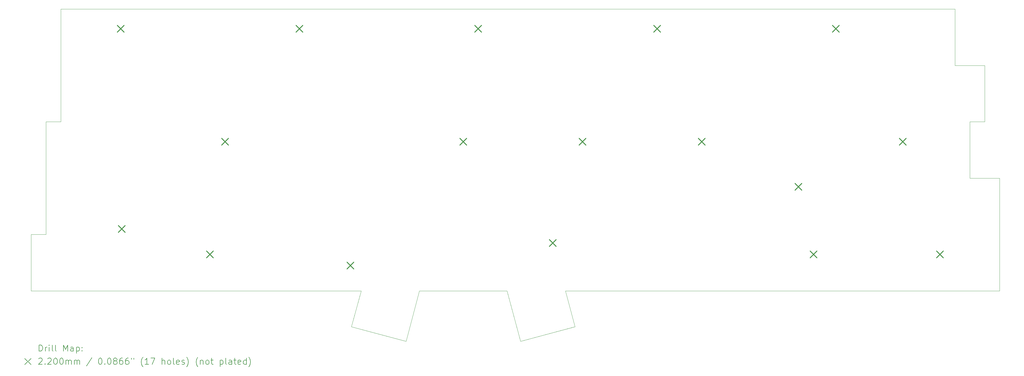
<source format=gbr>
%FSLAX45Y45*%
G04 Gerber Fmt 4.5, Leading zero omitted, Abs format (unit mm)*
G04 Created by KiCad (PCBNEW (6.0.2-0)) date 2022-07-19 14:25:53*
%MOMM*%
%LPD*%
G01*
G04 APERTURE LIST*
%TA.AperFunction,Profile*%
%ADD10C,0.100000*%
%TD*%
%ADD11C,0.200000*%
%ADD12C,0.220000*%
G04 APERTURE END LIST*
D10*
X15440000Y-11040000D02*
X15130000Y-9900000D01*
X28025000Y-6300000D02*
X28025000Y-4500000D01*
X8075000Y-9900000D02*
X8620000Y-9900000D01*
X28500000Y-4500000D02*
X28500000Y-2700000D01*
X28025000Y-4500000D02*
X28500000Y-4500000D01*
X-1425000Y-4500000D02*
X-1425000Y-8100000D01*
X8620000Y-9900000D02*
X8310000Y-11040000D01*
X15200000Y-9900000D02*
X28975000Y-9900000D01*
X-950000Y-900000D02*
X-950000Y-4500000D01*
X10050000Y-11510000D02*
X10480000Y-9900000D01*
X27550000Y-900000D02*
X-950000Y-900000D01*
X-1900000Y-8100000D02*
X-1900000Y-9900000D01*
X10480000Y-9900000D02*
X13270000Y-9900000D01*
X-1425000Y-8100000D02*
X-1900000Y-8100000D01*
X28975000Y-9900000D02*
X28975000Y-6300000D01*
X27550000Y-2700000D02*
X27550000Y-900000D01*
X15130000Y-9900000D02*
X15200000Y-9900000D01*
X-950000Y-4500000D02*
X-1425000Y-4500000D01*
X28975000Y-6300000D02*
X28025000Y-6300000D01*
X13270000Y-9900000D02*
X13700000Y-11510000D01*
X13700000Y-11510000D02*
X15440000Y-11040000D01*
X-1900000Y-9900000D02*
X8075000Y-9900000D01*
X28500000Y-2700000D02*
X27550000Y-2700000D01*
X8310000Y-11040000D02*
X10050000Y-11510000D01*
D11*
D12*
X840000Y-1420000D02*
X1060000Y-1640000D01*
X1060000Y-1420000D02*
X840000Y-1640000D01*
X877500Y-7810000D02*
X1097500Y-8030000D01*
X1097500Y-7810000D02*
X877500Y-8030000D01*
X3690000Y-8620000D02*
X3910000Y-8840000D01*
X3910000Y-8620000D02*
X3690000Y-8840000D01*
X4165000Y-5020000D02*
X4385000Y-5240000D01*
X4385000Y-5020000D02*
X4165000Y-5240000D01*
X6540000Y-1420000D02*
X6760000Y-1640000D01*
X6760000Y-1420000D02*
X6540000Y-1640000D01*
X8165000Y-8980000D02*
X8385000Y-9200000D01*
X8385000Y-8980000D02*
X8165000Y-9200000D01*
X11765000Y-5020000D02*
X11985000Y-5240000D01*
X11985000Y-5020000D02*
X11765000Y-5240000D01*
X12240000Y-1420000D02*
X12460000Y-1640000D01*
X12460000Y-1420000D02*
X12240000Y-1640000D01*
X14615000Y-8260000D02*
X14835000Y-8480000D01*
X14835000Y-8260000D02*
X14615000Y-8480000D01*
X15565000Y-5020000D02*
X15785000Y-5240000D01*
X15785000Y-5020000D02*
X15565000Y-5240000D01*
X17940000Y-1420000D02*
X18160000Y-1640000D01*
X18160000Y-1420000D02*
X17940000Y-1640000D01*
X19365000Y-5020000D02*
X19585000Y-5240000D01*
X19585000Y-5020000D02*
X19365000Y-5240000D01*
X22452500Y-6460000D02*
X22672500Y-6680000D01*
X22672500Y-6460000D02*
X22452500Y-6680000D01*
X22927500Y-8620000D02*
X23147500Y-8840000D01*
X23147500Y-8620000D02*
X22927500Y-8840000D01*
X23640000Y-1420000D02*
X23860000Y-1640000D01*
X23860000Y-1420000D02*
X23640000Y-1640000D01*
X25777500Y-5020000D02*
X25997500Y-5240000D01*
X25997500Y-5020000D02*
X25777500Y-5240000D01*
X26965000Y-8620000D02*
X27185000Y-8840000D01*
X27185000Y-8620000D02*
X26965000Y-8840000D01*
D11*
X-1647381Y-11825476D02*
X-1647381Y-11625476D01*
X-1599762Y-11625476D01*
X-1571190Y-11635000D01*
X-1552143Y-11654048D01*
X-1542619Y-11673095D01*
X-1533095Y-11711190D01*
X-1533095Y-11739762D01*
X-1542619Y-11777857D01*
X-1552143Y-11796905D01*
X-1571190Y-11815952D01*
X-1599762Y-11825476D01*
X-1647381Y-11825476D01*
X-1447381Y-11825476D02*
X-1447381Y-11692143D01*
X-1447381Y-11730238D02*
X-1437857Y-11711190D01*
X-1428333Y-11701667D01*
X-1409286Y-11692143D01*
X-1390238Y-11692143D01*
X-1323571Y-11825476D02*
X-1323571Y-11692143D01*
X-1323571Y-11625476D02*
X-1333095Y-11635000D01*
X-1323571Y-11644524D01*
X-1314048Y-11635000D01*
X-1323571Y-11625476D01*
X-1323571Y-11644524D01*
X-1199762Y-11825476D02*
X-1218810Y-11815952D01*
X-1228333Y-11796905D01*
X-1228333Y-11625476D01*
X-1095000Y-11825476D02*
X-1114048Y-11815952D01*
X-1123571Y-11796905D01*
X-1123571Y-11625476D01*
X-866428Y-11825476D02*
X-866428Y-11625476D01*
X-799762Y-11768333D01*
X-733095Y-11625476D01*
X-733095Y-11825476D01*
X-552143Y-11825476D02*
X-552143Y-11720714D01*
X-561667Y-11701667D01*
X-580714Y-11692143D01*
X-618810Y-11692143D01*
X-637857Y-11701667D01*
X-552143Y-11815952D02*
X-571190Y-11825476D01*
X-618810Y-11825476D01*
X-637857Y-11815952D01*
X-647381Y-11796905D01*
X-647381Y-11777857D01*
X-637857Y-11758809D01*
X-618810Y-11749286D01*
X-571190Y-11749286D01*
X-552143Y-11739762D01*
X-456905Y-11692143D02*
X-456905Y-11892143D01*
X-456905Y-11701667D02*
X-437857Y-11692143D01*
X-399762Y-11692143D01*
X-380714Y-11701667D01*
X-371190Y-11711190D01*
X-361667Y-11730238D01*
X-361667Y-11787381D01*
X-371190Y-11806428D01*
X-380714Y-11815952D01*
X-399762Y-11825476D01*
X-437857Y-11825476D01*
X-456905Y-11815952D01*
X-275952Y-11806428D02*
X-266429Y-11815952D01*
X-275952Y-11825476D01*
X-285476Y-11815952D01*
X-275952Y-11806428D01*
X-275952Y-11825476D01*
X-275952Y-11701667D02*
X-266429Y-11711190D01*
X-275952Y-11720714D01*
X-285476Y-11711190D01*
X-275952Y-11701667D01*
X-275952Y-11720714D01*
X-2105000Y-12055000D02*
X-1905000Y-12255000D01*
X-1905000Y-12055000D02*
X-2105000Y-12255000D01*
X-1656905Y-12064524D02*
X-1647381Y-12055000D01*
X-1628333Y-12045476D01*
X-1580714Y-12045476D01*
X-1561667Y-12055000D01*
X-1552143Y-12064524D01*
X-1542619Y-12083571D01*
X-1542619Y-12102619D01*
X-1552143Y-12131190D01*
X-1666428Y-12245476D01*
X-1542619Y-12245476D01*
X-1456905Y-12226428D02*
X-1447381Y-12235952D01*
X-1456905Y-12245476D01*
X-1466428Y-12235952D01*
X-1456905Y-12226428D01*
X-1456905Y-12245476D01*
X-1371190Y-12064524D02*
X-1361667Y-12055000D01*
X-1342619Y-12045476D01*
X-1295000Y-12045476D01*
X-1275952Y-12055000D01*
X-1266429Y-12064524D01*
X-1256905Y-12083571D01*
X-1256905Y-12102619D01*
X-1266429Y-12131190D01*
X-1380714Y-12245476D01*
X-1256905Y-12245476D01*
X-1133095Y-12045476D02*
X-1114048Y-12045476D01*
X-1095000Y-12055000D01*
X-1085476Y-12064524D01*
X-1075952Y-12083571D01*
X-1066429Y-12121667D01*
X-1066429Y-12169286D01*
X-1075952Y-12207381D01*
X-1085476Y-12226428D01*
X-1095000Y-12235952D01*
X-1114048Y-12245476D01*
X-1133095Y-12245476D01*
X-1152143Y-12235952D01*
X-1161667Y-12226428D01*
X-1171190Y-12207381D01*
X-1180714Y-12169286D01*
X-1180714Y-12121667D01*
X-1171190Y-12083571D01*
X-1161667Y-12064524D01*
X-1152143Y-12055000D01*
X-1133095Y-12045476D01*
X-942619Y-12045476D02*
X-923571Y-12045476D01*
X-904524Y-12055000D01*
X-895000Y-12064524D01*
X-885476Y-12083571D01*
X-875952Y-12121667D01*
X-875952Y-12169286D01*
X-885476Y-12207381D01*
X-895000Y-12226428D01*
X-904524Y-12235952D01*
X-923571Y-12245476D01*
X-942619Y-12245476D01*
X-961667Y-12235952D01*
X-971190Y-12226428D01*
X-980714Y-12207381D01*
X-990238Y-12169286D01*
X-990238Y-12121667D01*
X-980714Y-12083571D01*
X-971190Y-12064524D01*
X-961667Y-12055000D01*
X-942619Y-12045476D01*
X-790238Y-12245476D02*
X-790238Y-12112143D01*
X-790238Y-12131190D02*
X-780714Y-12121667D01*
X-761667Y-12112143D01*
X-733095Y-12112143D01*
X-714048Y-12121667D01*
X-704524Y-12140714D01*
X-704524Y-12245476D01*
X-704524Y-12140714D02*
X-695000Y-12121667D01*
X-675952Y-12112143D01*
X-647381Y-12112143D01*
X-628333Y-12121667D01*
X-618810Y-12140714D01*
X-618810Y-12245476D01*
X-523571Y-12245476D02*
X-523571Y-12112143D01*
X-523571Y-12131190D02*
X-514048Y-12121667D01*
X-495000Y-12112143D01*
X-466428Y-12112143D01*
X-447381Y-12121667D01*
X-437857Y-12140714D01*
X-437857Y-12245476D01*
X-437857Y-12140714D02*
X-428333Y-12121667D01*
X-409286Y-12112143D01*
X-380714Y-12112143D01*
X-361667Y-12121667D01*
X-352143Y-12140714D01*
X-352143Y-12245476D01*
X38333Y-12035952D02*
X-133095Y-12293095D01*
X295476Y-12045476D02*
X314524Y-12045476D01*
X333571Y-12055000D01*
X343095Y-12064524D01*
X352619Y-12083571D01*
X362143Y-12121667D01*
X362143Y-12169286D01*
X352619Y-12207381D01*
X343095Y-12226428D01*
X333571Y-12235952D01*
X314524Y-12245476D01*
X295476Y-12245476D01*
X276429Y-12235952D01*
X266905Y-12226428D01*
X257381Y-12207381D01*
X247857Y-12169286D01*
X247857Y-12121667D01*
X257381Y-12083571D01*
X266905Y-12064524D01*
X276429Y-12055000D01*
X295476Y-12045476D01*
X447857Y-12226428D02*
X457381Y-12235952D01*
X447857Y-12245476D01*
X438333Y-12235952D01*
X447857Y-12226428D01*
X447857Y-12245476D01*
X581190Y-12045476D02*
X600238Y-12045476D01*
X619286Y-12055000D01*
X628810Y-12064524D01*
X638333Y-12083571D01*
X647857Y-12121667D01*
X647857Y-12169286D01*
X638333Y-12207381D01*
X628810Y-12226428D01*
X619286Y-12235952D01*
X600238Y-12245476D01*
X581190Y-12245476D01*
X562143Y-12235952D01*
X552619Y-12226428D01*
X543095Y-12207381D01*
X533571Y-12169286D01*
X533571Y-12121667D01*
X543095Y-12083571D01*
X552619Y-12064524D01*
X562143Y-12055000D01*
X581190Y-12045476D01*
X762143Y-12131190D02*
X743095Y-12121667D01*
X733571Y-12112143D01*
X724048Y-12093095D01*
X724048Y-12083571D01*
X733571Y-12064524D01*
X743095Y-12055000D01*
X762143Y-12045476D01*
X800238Y-12045476D01*
X819286Y-12055000D01*
X828809Y-12064524D01*
X838333Y-12083571D01*
X838333Y-12093095D01*
X828809Y-12112143D01*
X819286Y-12121667D01*
X800238Y-12131190D01*
X762143Y-12131190D01*
X743095Y-12140714D01*
X733571Y-12150238D01*
X724048Y-12169286D01*
X724048Y-12207381D01*
X733571Y-12226428D01*
X743095Y-12235952D01*
X762143Y-12245476D01*
X800238Y-12245476D01*
X819286Y-12235952D01*
X828809Y-12226428D01*
X838333Y-12207381D01*
X838333Y-12169286D01*
X828809Y-12150238D01*
X819286Y-12140714D01*
X800238Y-12131190D01*
X1009762Y-12045476D02*
X971667Y-12045476D01*
X952619Y-12055000D01*
X943095Y-12064524D01*
X924048Y-12093095D01*
X914524Y-12131190D01*
X914524Y-12207381D01*
X924048Y-12226428D01*
X933571Y-12235952D01*
X952619Y-12245476D01*
X990714Y-12245476D01*
X1009762Y-12235952D01*
X1019286Y-12226428D01*
X1028809Y-12207381D01*
X1028809Y-12159762D01*
X1019286Y-12140714D01*
X1009762Y-12131190D01*
X990714Y-12121667D01*
X952619Y-12121667D01*
X933571Y-12131190D01*
X924048Y-12140714D01*
X914524Y-12159762D01*
X1200238Y-12045476D02*
X1162143Y-12045476D01*
X1143095Y-12055000D01*
X1133571Y-12064524D01*
X1114524Y-12093095D01*
X1105000Y-12131190D01*
X1105000Y-12207381D01*
X1114524Y-12226428D01*
X1124048Y-12235952D01*
X1143095Y-12245476D01*
X1181190Y-12245476D01*
X1200238Y-12235952D01*
X1209762Y-12226428D01*
X1219286Y-12207381D01*
X1219286Y-12159762D01*
X1209762Y-12140714D01*
X1200238Y-12131190D01*
X1181190Y-12121667D01*
X1143095Y-12121667D01*
X1124048Y-12131190D01*
X1114524Y-12140714D01*
X1105000Y-12159762D01*
X1295476Y-12045476D02*
X1295476Y-12083571D01*
X1371667Y-12045476D02*
X1371667Y-12083571D01*
X1666905Y-12321667D02*
X1657381Y-12312143D01*
X1638333Y-12283571D01*
X1628809Y-12264524D01*
X1619286Y-12235952D01*
X1609762Y-12188333D01*
X1609762Y-12150238D01*
X1619286Y-12102619D01*
X1628809Y-12074048D01*
X1638333Y-12055000D01*
X1657381Y-12026428D01*
X1666905Y-12016905D01*
X1847857Y-12245476D02*
X1733571Y-12245476D01*
X1790714Y-12245476D02*
X1790714Y-12045476D01*
X1771667Y-12074048D01*
X1752619Y-12093095D01*
X1733571Y-12102619D01*
X1914524Y-12045476D02*
X2047857Y-12045476D01*
X1962143Y-12245476D01*
X2276429Y-12245476D02*
X2276429Y-12045476D01*
X2362143Y-12245476D02*
X2362143Y-12140714D01*
X2352619Y-12121667D01*
X2333571Y-12112143D01*
X2305000Y-12112143D01*
X2285952Y-12121667D01*
X2276429Y-12131190D01*
X2485952Y-12245476D02*
X2466905Y-12235952D01*
X2457381Y-12226428D01*
X2447857Y-12207381D01*
X2447857Y-12150238D01*
X2457381Y-12131190D01*
X2466905Y-12121667D01*
X2485952Y-12112143D01*
X2514524Y-12112143D01*
X2533571Y-12121667D01*
X2543095Y-12131190D01*
X2552619Y-12150238D01*
X2552619Y-12207381D01*
X2543095Y-12226428D01*
X2533571Y-12235952D01*
X2514524Y-12245476D01*
X2485952Y-12245476D01*
X2666905Y-12245476D02*
X2647857Y-12235952D01*
X2638333Y-12216905D01*
X2638333Y-12045476D01*
X2819286Y-12235952D02*
X2800238Y-12245476D01*
X2762143Y-12245476D01*
X2743095Y-12235952D01*
X2733571Y-12216905D01*
X2733571Y-12140714D01*
X2743095Y-12121667D01*
X2762143Y-12112143D01*
X2800238Y-12112143D01*
X2819286Y-12121667D01*
X2828809Y-12140714D01*
X2828809Y-12159762D01*
X2733571Y-12178809D01*
X2905000Y-12235952D02*
X2924048Y-12245476D01*
X2962143Y-12245476D01*
X2981190Y-12235952D01*
X2990714Y-12216905D01*
X2990714Y-12207381D01*
X2981190Y-12188333D01*
X2962143Y-12178809D01*
X2933571Y-12178809D01*
X2914524Y-12169286D01*
X2905000Y-12150238D01*
X2905000Y-12140714D01*
X2914524Y-12121667D01*
X2933571Y-12112143D01*
X2962143Y-12112143D01*
X2981190Y-12121667D01*
X3057381Y-12321667D02*
X3066905Y-12312143D01*
X3085952Y-12283571D01*
X3095476Y-12264524D01*
X3105000Y-12235952D01*
X3114524Y-12188333D01*
X3114524Y-12150238D01*
X3105000Y-12102619D01*
X3095476Y-12074048D01*
X3085952Y-12055000D01*
X3066905Y-12026428D01*
X3057381Y-12016905D01*
X3419286Y-12321667D02*
X3409762Y-12312143D01*
X3390714Y-12283571D01*
X3381190Y-12264524D01*
X3371667Y-12235952D01*
X3362143Y-12188333D01*
X3362143Y-12150238D01*
X3371667Y-12102619D01*
X3381190Y-12074048D01*
X3390714Y-12055000D01*
X3409762Y-12026428D01*
X3419286Y-12016905D01*
X3495476Y-12112143D02*
X3495476Y-12245476D01*
X3495476Y-12131190D02*
X3505000Y-12121667D01*
X3524048Y-12112143D01*
X3552619Y-12112143D01*
X3571667Y-12121667D01*
X3581190Y-12140714D01*
X3581190Y-12245476D01*
X3705000Y-12245476D02*
X3685952Y-12235952D01*
X3676428Y-12226428D01*
X3666905Y-12207381D01*
X3666905Y-12150238D01*
X3676428Y-12131190D01*
X3685952Y-12121667D01*
X3705000Y-12112143D01*
X3733571Y-12112143D01*
X3752619Y-12121667D01*
X3762143Y-12131190D01*
X3771667Y-12150238D01*
X3771667Y-12207381D01*
X3762143Y-12226428D01*
X3752619Y-12235952D01*
X3733571Y-12245476D01*
X3705000Y-12245476D01*
X3828809Y-12112143D02*
X3905000Y-12112143D01*
X3857381Y-12045476D02*
X3857381Y-12216905D01*
X3866905Y-12235952D01*
X3885952Y-12245476D01*
X3905000Y-12245476D01*
X4124048Y-12112143D02*
X4124048Y-12312143D01*
X4124048Y-12121667D02*
X4143095Y-12112143D01*
X4181190Y-12112143D01*
X4200238Y-12121667D01*
X4209762Y-12131190D01*
X4219286Y-12150238D01*
X4219286Y-12207381D01*
X4209762Y-12226428D01*
X4200238Y-12235952D01*
X4181190Y-12245476D01*
X4143095Y-12245476D01*
X4124048Y-12235952D01*
X4333571Y-12245476D02*
X4314524Y-12235952D01*
X4305000Y-12216905D01*
X4305000Y-12045476D01*
X4495476Y-12245476D02*
X4495476Y-12140714D01*
X4485952Y-12121667D01*
X4466905Y-12112143D01*
X4428810Y-12112143D01*
X4409762Y-12121667D01*
X4495476Y-12235952D02*
X4476429Y-12245476D01*
X4428810Y-12245476D01*
X4409762Y-12235952D01*
X4400238Y-12216905D01*
X4400238Y-12197857D01*
X4409762Y-12178809D01*
X4428810Y-12169286D01*
X4476429Y-12169286D01*
X4495476Y-12159762D01*
X4562143Y-12112143D02*
X4638333Y-12112143D01*
X4590714Y-12045476D02*
X4590714Y-12216905D01*
X4600238Y-12235952D01*
X4619286Y-12245476D01*
X4638333Y-12245476D01*
X4781190Y-12235952D02*
X4762143Y-12245476D01*
X4724048Y-12245476D01*
X4705000Y-12235952D01*
X4695476Y-12216905D01*
X4695476Y-12140714D01*
X4705000Y-12121667D01*
X4724048Y-12112143D01*
X4762143Y-12112143D01*
X4781190Y-12121667D01*
X4790714Y-12140714D01*
X4790714Y-12159762D01*
X4695476Y-12178809D01*
X4962143Y-12245476D02*
X4962143Y-12045476D01*
X4962143Y-12235952D02*
X4943095Y-12245476D01*
X4905000Y-12245476D01*
X4885952Y-12235952D01*
X4876429Y-12226428D01*
X4866905Y-12207381D01*
X4866905Y-12150238D01*
X4876429Y-12131190D01*
X4885952Y-12121667D01*
X4905000Y-12112143D01*
X4943095Y-12112143D01*
X4962143Y-12121667D01*
X5038333Y-12321667D02*
X5047857Y-12312143D01*
X5066905Y-12283571D01*
X5076429Y-12264524D01*
X5085952Y-12235952D01*
X5095476Y-12188333D01*
X5095476Y-12150238D01*
X5085952Y-12102619D01*
X5076429Y-12074048D01*
X5066905Y-12055000D01*
X5047857Y-12026428D01*
X5038333Y-12016905D01*
M02*

</source>
